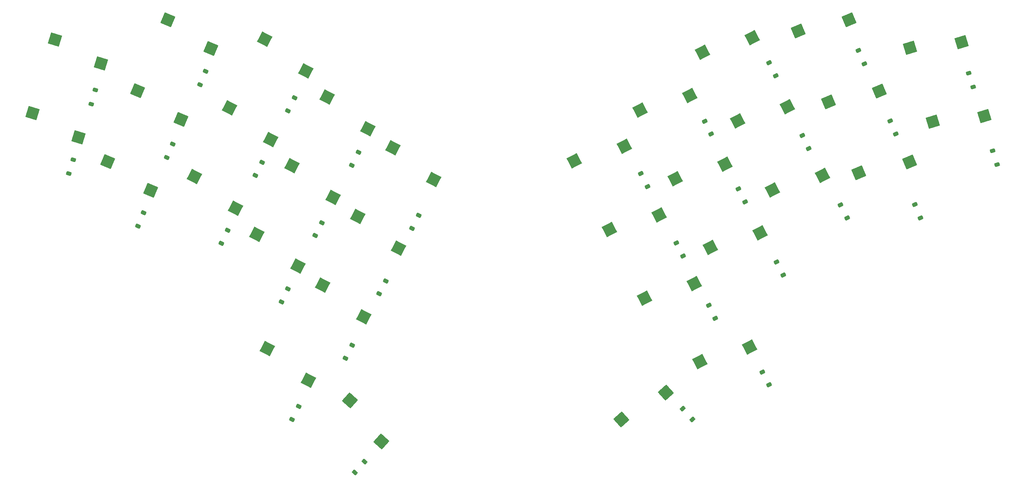
<source format=gbr>
%TF.GenerationSoftware,KiCad,Pcbnew,7.0.2*%
%TF.CreationDate,2023-05-29T21:35:39+02:00*%
%TF.ProjectId,Bolbol,426f6c62-6f6c-42e6-9b69-6361645f7063,rev?*%
%TF.SameCoordinates,Original*%
%TF.FileFunction,Paste,Bot*%
%TF.FilePolarity,Positive*%
%FSLAX46Y46*%
G04 Gerber Fmt 4.6, Leading zero omitted, Abs format (unit mm)*
G04 Created by KiCad (PCBNEW 7.0.2) date 2023-05-29 21:35:39*
%MOMM*%
%LPD*%
G01*
G04 APERTURE LIST*
G04 Aperture macros list*
%AMRoundRect*
0 Rectangle with rounded corners*
0 $1 Rounding radius*
0 $2 $3 $4 $5 $6 $7 $8 $9 X,Y pos of 4 corners*
0 Add a 4 corners polygon primitive as box body*
4,1,4,$2,$3,$4,$5,$6,$7,$8,$9,$2,$3,0*
0 Add four circle primitives for the rounded corners*
1,1,$1+$1,$2,$3*
1,1,$1+$1,$4,$5*
1,1,$1+$1,$6,$7*
1,1,$1+$1,$8,$9*
0 Add four rect primitives between the rounded corners*
20,1,$1+$1,$2,$3,$4,$5,0*
20,1,$1+$1,$4,$5,$6,$7,0*
20,1,$1+$1,$6,$7,$8,$9,0*
20,1,$1+$1,$8,$9,$2,$3,0*%
%AMRotRect*
0 Rectangle, with rotation*
0 The origin of the aperture is its center*
0 $1 length*
0 $2 width*
0 $3 Rotation angle, in degrees counterclockwise*
0 Add horizontal line*
21,1,$1,$2,0,0,$3*%
G04 Aperture macros list end*
%ADD10RotRect,2.600000X2.600000X333.000000*%
%ADD11RotRect,2.600000X2.600000X318.000000*%
%ADD12RotRect,2.600000X2.600000X23.000000*%
%ADD13RotRect,2.600000X2.600000X337.000000*%
%ADD14RotRect,2.600000X2.600000X17.000000*%
%ADD15RotRect,2.600000X2.600000X27.000000*%
%ADD16RotRect,2.600000X2.600000X42.000000*%
%ADD17RotRect,2.600000X2.600000X343.000000*%
%ADD18RoundRect,0.225000X0.257275X-0.353638X0.433104X0.060589X-0.257275X0.353638X-0.433104X-0.060589X0*%
%ADD19RoundRect,0.225000X0.231980X-0.370723X0.436275X0.030230X-0.231980X0.370723X-0.436275X-0.030230X0*%
%ADD20RoundRect,0.225000X0.292831X-0.324808X0.424398X0.105529X-0.292831X0.324808X-0.424398X-0.105529X0*%
%ADD21RoundRect,0.225000X0.436275X-0.030230X0.231980X0.370723X-0.436275X0.030230X-0.231980X-0.370723X0*%
%ADD22RoundRect,0.225000X0.424398X-0.105529X0.292831X0.324808X-0.424398X0.105529X-0.292831X-0.324808X0*%
%ADD23RoundRect,0.225000X0.433104X-0.060589X0.257275X0.353638X-0.433104X0.060589X-0.257275X-0.353638X0*%
%ADD24RoundRect,0.225000X0.429234X0.083716X0.128125X0.418132X-0.429234X-0.083716X-0.128125X-0.418132X0*%
%ADD25RoundRect,0.225000X0.128125X-0.418132X0.429234X-0.083716X-0.128125X0.418132X-0.429234X0.083716X0*%
G04 APERTURE END LIST*
D10*
%TO.C,SW9*%
X104922678Y-65796668D03*
X114215025Y-73000474D03*
%TD*%
%TO.C,SW35*%
X111872498Y-92906631D03*
X121164845Y-100110437D03*
%TD*%
D11*
%TO.C,SW19*%
X118057355Y-119043336D03*
X125168591Y-128406714D03*
%TD*%
D10*
%TO.C,SW8*%
X112867511Y-50204055D03*
X122159858Y-57407861D03*
%TD*%
%TO.C,SW5*%
X98767339Y-37127445D03*
X108059686Y-44331251D03*
%TD*%
D12*
%TO.C,SW29*%
X219613184Y-35248648D03*
X231104625Y-32760815D03*
%TD*%
D10*
%TO.C,SW13*%
X119817333Y-77314017D03*
X129109680Y-84517823D03*
%TD*%
%TO.C,SW12*%
X127762166Y-61721401D03*
X137054513Y-68925207D03*
%TD*%
%TO.C,SW6*%
X90822508Y-52720059D03*
X100114855Y-59923865D03*
%TD*%
D13*
%TO.C,SW2*%
X76835398Y-32689360D03*
X86607621Y-39227417D03*
%TD*%
D14*
%TO.C,SW28*%
X250037982Y-55836464D03*
X261726521Y-54563442D03*
%TD*%
D15*
%TO.C,SW36*%
X184769298Y-95880270D03*
X196059204Y-92596894D03*
%TD*%
%TO.C,SW24*%
X197289027Y-110264185D03*
X208578933Y-106980809D03*
%TD*%
D13*
%TO.C,SW4*%
X63159811Y-64907030D03*
X72932034Y-71445087D03*
%TD*%
D16*
%TO.C,SW20*%
X179552936Y-123426142D03*
X189608347Y-117332602D03*
%TD*%
D17*
%TO.C,SW11*%
X51292615Y-37186094D03*
X61694717Y-42666859D03*
%TD*%
D15*
%TO.C,SW25*%
X197874456Y-40101085D03*
X209164362Y-36817709D03*
%TD*%
%TO.C,SW23*%
X199663953Y-84362923D03*
X210953859Y-81079547D03*
%TD*%
D13*
%TO.C,SW3*%
X69997604Y-48798194D03*
X79769827Y-55336251D03*
%TD*%
D12*
%TO.C,SW30*%
X226450977Y-51357485D03*
X237942418Y-48869652D03*
%TD*%
D15*
%TO.C,SW27*%
X213764122Y-71286314D03*
X225054028Y-68002938D03*
%TD*%
D17*
%TO.C,SW14*%
X46176112Y-53921428D03*
X56578214Y-59402193D03*
%TD*%
D10*
%TO.C,SW15*%
X99352768Y-107290543D03*
X108645115Y-114494349D03*
%TD*%
D15*
%TO.C,SW26*%
X205819287Y-55693698D03*
X217109193Y-52410322D03*
%TD*%
D14*
%TO.C,SW32*%
X244921476Y-39101128D03*
X256610015Y-37828106D03*
%TD*%
D10*
%TO.C,SW7*%
X82877672Y-68312674D03*
X92170019Y-75516480D03*
%TD*%
D15*
%TO.C,SW17*%
X168879629Y-64695040D03*
X180169535Y-61411664D03*
%TD*%
D12*
%TO.C,SW31*%
X233288772Y-67466320D03*
X244780213Y-64978487D03*
%TD*%
D10*
%TO.C,SW10*%
X96977844Y-81389283D03*
X106270191Y-88593089D03*
%TD*%
D15*
%TO.C,SW22*%
X191719119Y-68770308D03*
X203009025Y-65486932D03*
%TD*%
%TO.C,SW18*%
X176824464Y-80287653D03*
X188114370Y-77004277D03*
%TD*%
%TO.C,SW21*%
X183774284Y-53177691D03*
X195064190Y-49894315D03*
%TD*%
D18*
%TO.C,D1*%
X84099810Y-47416774D03*
X85389222Y-44379108D03*
%TD*%
D19*
%TO.C,D6*%
X96644631Y-68043702D03*
X98142799Y-65103380D03*
%TD*%
D20*
%TO.C,D4*%
X59446304Y-51819245D03*
X60411130Y-48663439D03*
%TD*%
D21*
%TO.C,D22*%
X207566000Y-74038102D03*
X206067832Y-71097780D03*
%TD*%
%TO.C,D25*%
X214500201Y-45386904D03*
X213002033Y-42446582D03*
%TD*%
D22*
%TO.C,D32*%
X259166129Y-47958444D03*
X258201303Y-44802638D03*
%TD*%
D18*
%TO.C,D2*%
X76606810Y-63926773D03*
X77896222Y-60889107D03*
%TD*%
D21*
%TO.C,D24*%
X212937883Y-115564063D03*
X211439715Y-112623741D03*
%TD*%
D23*
%TO.C,D29*%
X234538022Y-42692375D03*
X233248610Y-39654709D03*
%TD*%
D19*
%TO.C,D15*%
X117040832Y-109521901D03*
X118539000Y-106581579D03*
%TD*%
%TO.C,D14*%
X124660833Y-94891502D03*
X126159001Y-91951180D03*
%TD*%
D21*
%TO.C,D19*%
X200809600Y-100454101D03*
X199311432Y-97513779D03*
%TD*%
%TO.C,D27*%
X230680000Y-77670302D03*
X229181832Y-74729980D03*
%TD*%
D19*
%TO.C,D13*%
X132153832Y-80007104D03*
X133652000Y-77066782D03*
%TD*%
D21*
%TO.C,D23*%
X216151200Y-90624301D03*
X214653032Y-87683979D03*
%TD*%
D23*
%TO.C,D30*%
X241675423Y-58668973D03*
X240386011Y-55631307D03*
%TD*%
D19*
%TO.C,D7*%
X88910548Y-83433064D03*
X90408716Y-80492742D03*
%TD*%
D22*
%TO.C,D28*%
X264601729Y-65560645D03*
X263636903Y-62404839D03*
%TD*%
D24*
%TO.C,D20*%
X195627383Y-123425729D03*
X193419251Y-120973351D03*
%TD*%
D19*
%TO.C,D9*%
X118488633Y-65706903D03*
X119986801Y-62766581D03*
%TD*%
D18*
%TO.C,D3*%
X70079011Y-79522376D03*
X71368423Y-76484710D03*
%TD*%
D25*
%TO.C,D16*%
X119188585Y-135446920D03*
X121396717Y-132994542D03*
%TD*%
D21*
%TO.C,D17*%
X185417201Y-70558301D03*
X183919033Y-67617979D03*
%TD*%
D20*
%TO.C,D8*%
X54417100Y-67592644D03*
X55381926Y-64436838D03*
%TD*%
D21*
%TO.C,D26*%
X221967800Y-61896902D03*
X220469632Y-58956580D03*
%TD*%
D19*
%TO.C,D10*%
X110208232Y-81683503D03*
X111706400Y-78743181D03*
%TD*%
%TO.C,D12*%
X104975831Y-123365903D03*
X106473999Y-120425581D03*
%TD*%
D21*
%TO.C,D21*%
X199882284Y-58668064D03*
X198384116Y-55727742D03*
%TD*%
%TO.C,D18*%
X193469002Y-86306301D03*
X191970834Y-83365979D03*
%TD*%
D19*
%TO.C,D5*%
X104010631Y-53337102D03*
X105508799Y-50396780D03*
%TD*%
D23*
%TO.C,D31*%
X247267552Y-77691295D03*
X245978140Y-74653629D03*
%TD*%
D19*
%TO.C,D11*%
X102549916Y-96697942D03*
X104048084Y-93757620D03*
%TD*%
M02*

</source>
